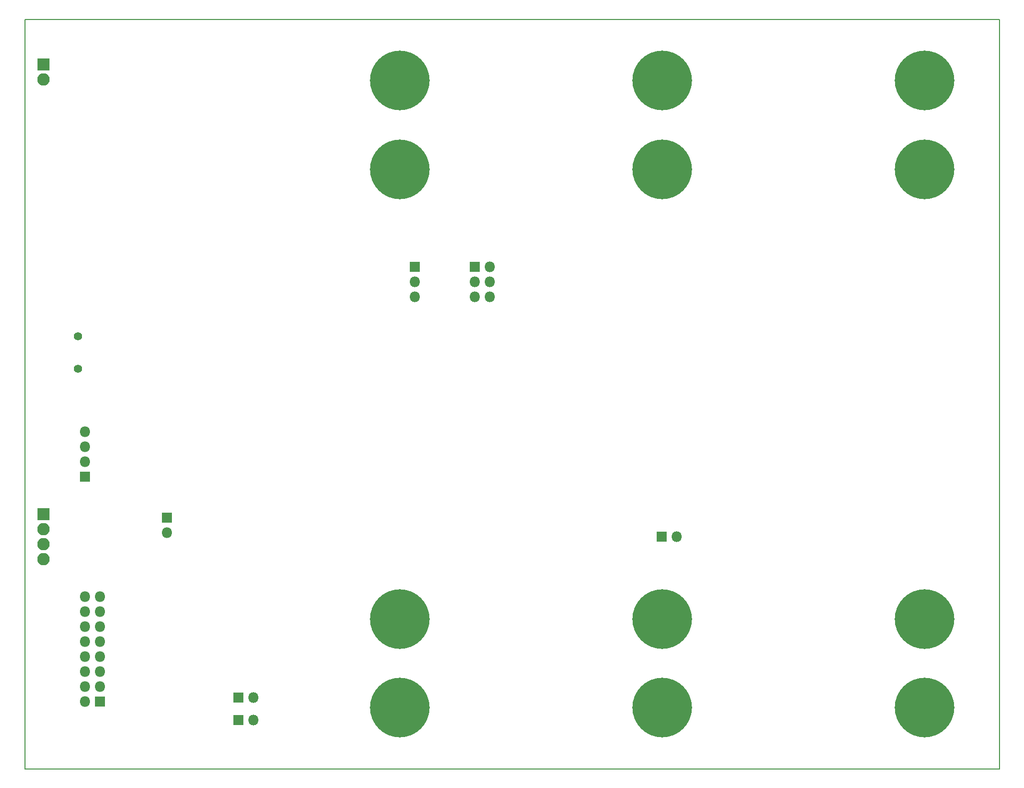
<source format=gbr>
G04 #@! TF.FileFunction,Soldermask,Bot*
%FSLAX46Y46*%
G04 Gerber Fmt 4.6, Leading zero omitted, Abs format (unit mm)*
G04 Created by KiCad (PCBNEW 4.0.6) date 05/15/17 10:50:15*
%MOMM*%
%LPD*%
G01*
G04 APERTURE LIST*
%ADD10C,0.100000*%
%ADD11C,0.150000*%
%ADD12R,1.801600X1.801600*%
%ADD13O,1.801600X1.801600*%
%ADD14C,1.401600*%
%ADD15R,2.100580X2.100580*%
%ADD16O,2.100580X2.100580*%
%ADD17C,10.101600*%
G04 APERTURE END LIST*
D10*
D11*
X38100000Y-25400000D02*
X38100000Y-25400000D01*
X38100000Y-152400000D02*
X38100000Y-25400000D01*
X203200000Y-152400000D02*
X38100000Y-152400000D01*
X203200000Y-25400000D02*
X203200000Y-152400000D01*
X38100000Y-25400000D02*
X203200000Y-25400000D01*
D12*
X62135000Y-109855000D03*
D13*
X62135000Y-112395000D03*
D12*
X74294000Y-144145000D03*
D13*
X76834000Y-144145000D03*
D12*
X74294000Y-140335000D03*
D13*
X76834000Y-140335000D03*
D12*
X145955000Y-113030000D03*
D13*
X148495000Y-113030000D03*
D14*
X47100000Y-84615000D03*
X47100000Y-79115000D03*
D12*
X48260000Y-102870000D03*
D13*
X48260000Y-100330000D03*
X48260000Y-97790000D03*
X48260000Y-95250000D03*
X104140000Y-72390000D03*
X104140000Y-69850000D03*
D12*
X104140000Y-67310000D03*
D15*
X41275000Y-33020000D03*
D16*
X41275000Y-35560000D03*
X41275000Y-114300000D03*
X41275000Y-111760000D03*
D15*
X41275000Y-109220000D03*
D16*
X41275000Y-116840000D03*
D17*
X190500000Y-50800000D03*
X190500000Y-35788600D03*
X190500000Y-127000000D03*
X190500000Y-142011400D03*
X146050000Y-35788600D03*
X146050000Y-50800000D03*
X146050000Y-142011400D03*
X146050000Y-127000000D03*
X101600000Y-35788600D03*
X101600000Y-50800000D03*
X101600000Y-142011400D03*
X101600000Y-127000000D03*
D13*
X48260000Y-123190000D03*
X50800000Y-123190000D03*
X48260000Y-125730000D03*
X50800000Y-125730000D03*
X48260000Y-128270000D03*
X50800000Y-128270000D03*
X48260000Y-130810000D03*
X50800000Y-130810000D03*
X48260000Y-133350000D03*
X50800000Y-133350000D03*
X48260000Y-135890000D03*
X50800000Y-135890000D03*
X48260000Y-138430000D03*
X50800000Y-138430000D03*
X48260000Y-140970000D03*
D12*
X50800000Y-140970000D03*
D13*
X116840000Y-72390000D03*
X114300000Y-72390000D03*
X116840000Y-69850000D03*
X114300000Y-69850000D03*
X116840000Y-67310000D03*
D12*
X114300000Y-67310000D03*
M02*

</source>
